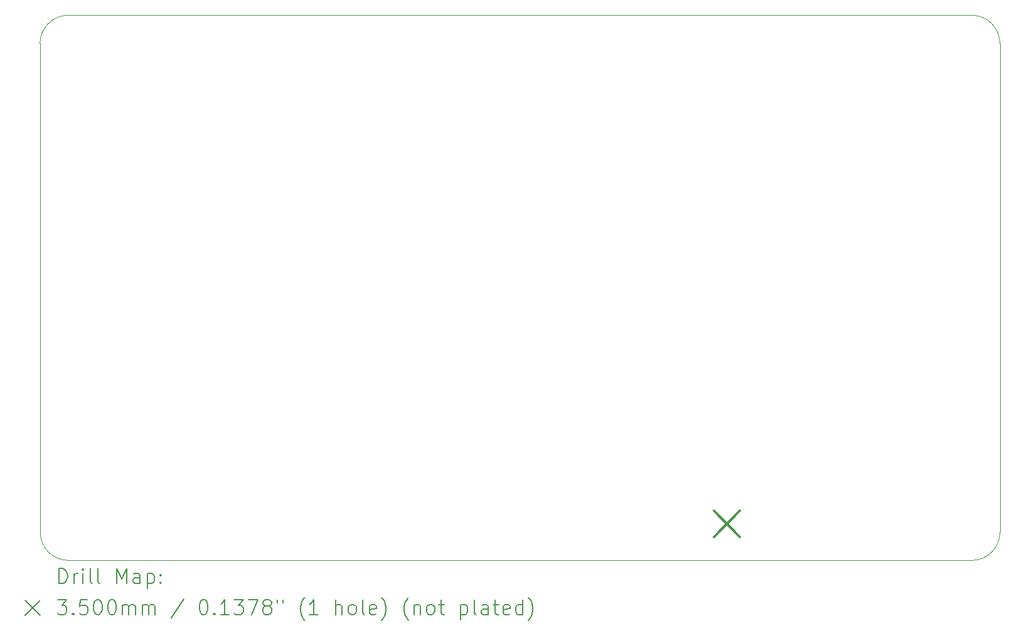
<source format=gbr>
%FSLAX45Y45*%
G04 Gerber Fmt 4.5, Leading zero omitted, Abs format (unit mm)*
G04 Created by KiCad (PCBNEW (6.0.1)) date 2022-02-26 16:04:42*
%MOMM*%
%LPD*%
G01*
G04 APERTURE LIST*
%TA.AperFunction,Profile*%
%ADD10C,0.001000*%
%TD*%
%ADD11C,0.200000*%
%ADD12C,0.350000*%
G04 APERTURE END LIST*
D10*
X23139400Y-8229600D02*
G75*
G03*
X22758400Y-7848600I-381000J0D01*
G01*
X23139400Y-14833600D02*
X23139400Y-8229600D01*
X22758400Y-7848600D02*
X10566400Y-7848600D01*
X10185483Y-8229600D02*
X10190164Y-14833683D01*
X22758400Y-15214600D02*
G75*
G03*
X23139400Y-14833600I0J381000D01*
G01*
X22758400Y-15214600D02*
X10571164Y-15214683D01*
X10190164Y-14833683D02*
G75*
G03*
X10571164Y-15214683I381000J0D01*
G01*
X10566400Y-7848600D02*
G75*
G03*
X10185483Y-8229600I0J-380917D01*
G01*
D11*
D12*
X19281400Y-14546600D02*
X19631400Y-14896600D01*
X19631400Y-14546600D02*
X19281400Y-14896600D01*
D11*
X10443052Y-15525209D02*
X10443052Y-15325209D01*
X10490671Y-15325209D01*
X10519242Y-15334733D01*
X10538290Y-15353780D01*
X10547814Y-15372828D01*
X10557337Y-15410923D01*
X10557337Y-15439495D01*
X10547814Y-15477590D01*
X10538290Y-15496637D01*
X10519242Y-15515685D01*
X10490671Y-15525209D01*
X10443052Y-15525209D01*
X10643052Y-15525209D02*
X10643052Y-15391875D01*
X10643052Y-15429971D02*
X10652576Y-15410923D01*
X10662099Y-15401399D01*
X10681147Y-15391875D01*
X10700195Y-15391875D01*
X10766861Y-15525209D02*
X10766861Y-15391875D01*
X10766861Y-15325209D02*
X10757337Y-15334733D01*
X10766861Y-15344256D01*
X10776385Y-15334733D01*
X10766861Y-15325209D01*
X10766861Y-15344256D01*
X10890671Y-15525209D02*
X10871623Y-15515685D01*
X10862099Y-15496637D01*
X10862099Y-15325209D01*
X10995433Y-15525209D02*
X10976385Y-15515685D01*
X10966861Y-15496637D01*
X10966861Y-15325209D01*
X11224004Y-15525209D02*
X11224004Y-15325209D01*
X11290671Y-15468066D01*
X11357337Y-15325209D01*
X11357337Y-15525209D01*
X11538290Y-15525209D02*
X11538290Y-15420447D01*
X11528766Y-15401399D01*
X11509718Y-15391875D01*
X11471623Y-15391875D01*
X11452575Y-15401399D01*
X11538290Y-15515685D02*
X11519242Y-15525209D01*
X11471623Y-15525209D01*
X11452575Y-15515685D01*
X11443052Y-15496637D01*
X11443052Y-15477590D01*
X11452575Y-15458542D01*
X11471623Y-15449018D01*
X11519242Y-15449018D01*
X11538290Y-15439495D01*
X11633528Y-15391875D02*
X11633528Y-15591875D01*
X11633528Y-15401399D02*
X11652575Y-15391875D01*
X11690671Y-15391875D01*
X11709718Y-15401399D01*
X11719242Y-15410923D01*
X11728766Y-15429971D01*
X11728766Y-15487114D01*
X11719242Y-15506161D01*
X11709718Y-15515685D01*
X11690671Y-15525209D01*
X11652575Y-15525209D01*
X11633528Y-15515685D01*
X11814480Y-15506161D02*
X11824004Y-15515685D01*
X11814480Y-15525209D01*
X11804956Y-15515685D01*
X11814480Y-15506161D01*
X11814480Y-15525209D01*
X11814480Y-15401399D02*
X11824004Y-15410923D01*
X11814480Y-15420447D01*
X11804956Y-15410923D01*
X11814480Y-15401399D01*
X11814480Y-15420447D01*
X9985433Y-15754733D02*
X10185433Y-15954733D01*
X10185433Y-15754733D02*
X9985433Y-15954733D01*
X10424004Y-15745209D02*
X10547814Y-15745209D01*
X10481147Y-15821399D01*
X10509718Y-15821399D01*
X10528766Y-15830923D01*
X10538290Y-15840447D01*
X10547814Y-15859495D01*
X10547814Y-15907114D01*
X10538290Y-15926161D01*
X10528766Y-15935685D01*
X10509718Y-15945209D01*
X10452576Y-15945209D01*
X10433528Y-15935685D01*
X10424004Y-15926161D01*
X10633528Y-15926161D02*
X10643052Y-15935685D01*
X10633528Y-15945209D01*
X10624004Y-15935685D01*
X10633528Y-15926161D01*
X10633528Y-15945209D01*
X10824004Y-15745209D02*
X10728766Y-15745209D01*
X10719242Y-15840447D01*
X10728766Y-15830923D01*
X10747814Y-15821399D01*
X10795433Y-15821399D01*
X10814480Y-15830923D01*
X10824004Y-15840447D01*
X10833528Y-15859495D01*
X10833528Y-15907114D01*
X10824004Y-15926161D01*
X10814480Y-15935685D01*
X10795433Y-15945209D01*
X10747814Y-15945209D01*
X10728766Y-15935685D01*
X10719242Y-15926161D01*
X10957337Y-15745209D02*
X10976385Y-15745209D01*
X10995433Y-15754733D01*
X11004957Y-15764256D01*
X11014480Y-15783304D01*
X11024004Y-15821399D01*
X11024004Y-15869018D01*
X11014480Y-15907114D01*
X11004957Y-15926161D01*
X10995433Y-15935685D01*
X10976385Y-15945209D01*
X10957337Y-15945209D01*
X10938290Y-15935685D01*
X10928766Y-15926161D01*
X10919242Y-15907114D01*
X10909718Y-15869018D01*
X10909718Y-15821399D01*
X10919242Y-15783304D01*
X10928766Y-15764256D01*
X10938290Y-15754733D01*
X10957337Y-15745209D01*
X11147814Y-15745209D02*
X11166861Y-15745209D01*
X11185909Y-15754733D01*
X11195433Y-15764256D01*
X11204956Y-15783304D01*
X11214480Y-15821399D01*
X11214480Y-15869018D01*
X11204956Y-15907114D01*
X11195433Y-15926161D01*
X11185909Y-15935685D01*
X11166861Y-15945209D01*
X11147814Y-15945209D01*
X11128766Y-15935685D01*
X11119242Y-15926161D01*
X11109718Y-15907114D01*
X11100195Y-15869018D01*
X11100195Y-15821399D01*
X11109718Y-15783304D01*
X11119242Y-15764256D01*
X11128766Y-15754733D01*
X11147814Y-15745209D01*
X11300195Y-15945209D02*
X11300195Y-15811875D01*
X11300195Y-15830923D02*
X11309718Y-15821399D01*
X11328766Y-15811875D01*
X11357337Y-15811875D01*
X11376385Y-15821399D01*
X11385909Y-15840447D01*
X11385909Y-15945209D01*
X11385909Y-15840447D02*
X11395433Y-15821399D01*
X11414480Y-15811875D01*
X11443052Y-15811875D01*
X11462099Y-15821399D01*
X11471623Y-15840447D01*
X11471623Y-15945209D01*
X11566861Y-15945209D02*
X11566861Y-15811875D01*
X11566861Y-15830923D02*
X11576385Y-15821399D01*
X11595433Y-15811875D01*
X11624004Y-15811875D01*
X11643052Y-15821399D01*
X11652575Y-15840447D01*
X11652575Y-15945209D01*
X11652575Y-15840447D02*
X11662099Y-15821399D01*
X11681147Y-15811875D01*
X11709718Y-15811875D01*
X11728766Y-15821399D01*
X11738290Y-15840447D01*
X11738290Y-15945209D01*
X12128766Y-15735685D02*
X11957337Y-15992828D01*
X12385909Y-15745209D02*
X12404956Y-15745209D01*
X12424004Y-15754733D01*
X12433528Y-15764256D01*
X12443052Y-15783304D01*
X12452575Y-15821399D01*
X12452575Y-15869018D01*
X12443052Y-15907114D01*
X12433528Y-15926161D01*
X12424004Y-15935685D01*
X12404956Y-15945209D01*
X12385909Y-15945209D01*
X12366861Y-15935685D01*
X12357337Y-15926161D01*
X12347814Y-15907114D01*
X12338290Y-15869018D01*
X12338290Y-15821399D01*
X12347814Y-15783304D01*
X12357337Y-15764256D01*
X12366861Y-15754733D01*
X12385909Y-15745209D01*
X12538290Y-15926161D02*
X12547814Y-15935685D01*
X12538290Y-15945209D01*
X12528766Y-15935685D01*
X12538290Y-15926161D01*
X12538290Y-15945209D01*
X12738290Y-15945209D02*
X12624004Y-15945209D01*
X12681147Y-15945209D02*
X12681147Y-15745209D01*
X12662099Y-15773780D01*
X12643052Y-15792828D01*
X12624004Y-15802352D01*
X12804956Y-15745209D02*
X12928766Y-15745209D01*
X12862099Y-15821399D01*
X12890671Y-15821399D01*
X12909718Y-15830923D01*
X12919242Y-15840447D01*
X12928766Y-15859495D01*
X12928766Y-15907114D01*
X12919242Y-15926161D01*
X12909718Y-15935685D01*
X12890671Y-15945209D01*
X12833528Y-15945209D01*
X12814480Y-15935685D01*
X12804956Y-15926161D01*
X12995433Y-15745209D02*
X13128766Y-15745209D01*
X13043052Y-15945209D01*
X13233528Y-15830923D02*
X13214480Y-15821399D01*
X13204956Y-15811875D01*
X13195433Y-15792828D01*
X13195433Y-15783304D01*
X13204956Y-15764256D01*
X13214480Y-15754733D01*
X13233528Y-15745209D01*
X13271623Y-15745209D01*
X13290671Y-15754733D01*
X13300195Y-15764256D01*
X13309718Y-15783304D01*
X13309718Y-15792828D01*
X13300195Y-15811875D01*
X13290671Y-15821399D01*
X13271623Y-15830923D01*
X13233528Y-15830923D01*
X13214480Y-15840447D01*
X13204956Y-15849971D01*
X13195433Y-15869018D01*
X13195433Y-15907114D01*
X13204956Y-15926161D01*
X13214480Y-15935685D01*
X13233528Y-15945209D01*
X13271623Y-15945209D01*
X13290671Y-15935685D01*
X13300195Y-15926161D01*
X13309718Y-15907114D01*
X13309718Y-15869018D01*
X13300195Y-15849971D01*
X13290671Y-15840447D01*
X13271623Y-15830923D01*
X13385909Y-15745209D02*
X13385909Y-15783304D01*
X13462099Y-15745209D02*
X13462099Y-15783304D01*
X13757337Y-16021399D02*
X13747814Y-16011875D01*
X13728766Y-15983304D01*
X13719242Y-15964256D01*
X13709718Y-15935685D01*
X13700195Y-15888066D01*
X13700195Y-15849971D01*
X13709718Y-15802352D01*
X13719242Y-15773780D01*
X13728766Y-15754733D01*
X13747814Y-15726161D01*
X13757337Y-15716637D01*
X13938290Y-15945209D02*
X13824004Y-15945209D01*
X13881147Y-15945209D02*
X13881147Y-15745209D01*
X13862099Y-15773780D01*
X13843052Y-15792828D01*
X13824004Y-15802352D01*
X14176385Y-15945209D02*
X14176385Y-15745209D01*
X14262099Y-15945209D02*
X14262099Y-15840447D01*
X14252575Y-15821399D01*
X14233528Y-15811875D01*
X14204956Y-15811875D01*
X14185909Y-15821399D01*
X14176385Y-15830923D01*
X14385909Y-15945209D02*
X14366861Y-15935685D01*
X14357337Y-15926161D01*
X14347814Y-15907114D01*
X14347814Y-15849971D01*
X14357337Y-15830923D01*
X14366861Y-15821399D01*
X14385909Y-15811875D01*
X14414480Y-15811875D01*
X14433528Y-15821399D01*
X14443052Y-15830923D01*
X14452575Y-15849971D01*
X14452575Y-15907114D01*
X14443052Y-15926161D01*
X14433528Y-15935685D01*
X14414480Y-15945209D01*
X14385909Y-15945209D01*
X14566861Y-15945209D02*
X14547814Y-15935685D01*
X14538290Y-15916637D01*
X14538290Y-15745209D01*
X14719242Y-15935685D02*
X14700195Y-15945209D01*
X14662099Y-15945209D01*
X14643052Y-15935685D01*
X14633528Y-15916637D01*
X14633528Y-15840447D01*
X14643052Y-15821399D01*
X14662099Y-15811875D01*
X14700195Y-15811875D01*
X14719242Y-15821399D01*
X14728766Y-15840447D01*
X14728766Y-15859495D01*
X14633528Y-15878542D01*
X14795433Y-16021399D02*
X14804956Y-16011875D01*
X14824004Y-15983304D01*
X14833528Y-15964256D01*
X14843052Y-15935685D01*
X14852575Y-15888066D01*
X14852575Y-15849971D01*
X14843052Y-15802352D01*
X14833528Y-15773780D01*
X14824004Y-15754733D01*
X14804956Y-15726161D01*
X14795433Y-15716637D01*
X15157337Y-16021399D02*
X15147814Y-16011875D01*
X15128766Y-15983304D01*
X15119242Y-15964256D01*
X15109718Y-15935685D01*
X15100195Y-15888066D01*
X15100195Y-15849971D01*
X15109718Y-15802352D01*
X15119242Y-15773780D01*
X15128766Y-15754733D01*
X15147814Y-15726161D01*
X15157337Y-15716637D01*
X15233528Y-15811875D02*
X15233528Y-15945209D01*
X15233528Y-15830923D02*
X15243052Y-15821399D01*
X15262099Y-15811875D01*
X15290671Y-15811875D01*
X15309718Y-15821399D01*
X15319242Y-15840447D01*
X15319242Y-15945209D01*
X15443052Y-15945209D02*
X15424004Y-15935685D01*
X15414480Y-15926161D01*
X15404956Y-15907114D01*
X15404956Y-15849971D01*
X15414480Y-15830923D01*
X15424004Y-15821399D01*
X15443052Y-15811875D01*
X15471623Y-15811875D01*
X15490671Y-15821399D01*
X15500195Y-15830923D01*
X15509718Y-15849971D01*
X15509718Y-15907114D01*
X15500195Y-15926161D01*
X15490671Y-15935685D01*
X15471623Y-15945209D01*
X15443052Y-15945209D01*
X15566861Y-15811875D02*
X15643052Y-15811875D01*
X15595433Y-15745209D02*
X15595433Y-15916637D01*
X15604956Y-15935685D01*
X15624004Y-15945209D01*
X15643052Y-15945209D01*
X15862099Y-15811875D02*
X15862099Y-16011875D01*
X15862099Y-15821399D02*
X15881147Y-15811875D01*
X15919242Y-15811875D01*
X15938290Y-15821399D01*
X15947814Y-15830923D01*
X15957337Y-15849971D01*
X15957337Y-15907114D01*
X15947814Y-15926161D01*
X15938290Y-15935685D01*
X15919242Y-15945209D01*
X15881147Y-15945209D01*
X15862099Y-15935685D01*
X16071623Y-15945209D02*
X16052575Y-15935685D01*
X16043052Y-15916637D01*
X16043052Y-15745209D01*
X16233528Y-15945209D02*
X16233528Y-15840447D01*
X16224004Y-15821399D01*
X16204956Y-15811875D01*
X16166861Y-15811875D01*
X16147814Y-15821399D01*
X16233528Y-15935685D02*
X16214480Y-15945209D01*
X16166861Y-15945209D01*
X16147814Y-15935685D01*
X16138290Y-15916637D01*
X16138290Y-15897590D01*
X16147814Y-15878542D01*
X16166861Y-15869018D01*
X16214480Y-15869018D01*
X16233528Y-15859495D01*
X16300195Y-15811875D02*
X16376385Y-15811875D01*
X16328766Y-15745209D02*
X16328766Y-15916637D01*
X16338290Y-15935685D01*
X16357337Y-15945209D01*
X16376385Y-15945209D01*
X16519242Y-15935685D02*
X16500195Y-15945209D01*
X16462099Y-15945209D01*
X16443052Y-15935685D01*
X16433528Y-15916637D01*
X16433528Y-15840447D01*
X16443052Y-15821399D01*
X16462099Y-15811875D01*
X16500195Y-15811875D01*
X16519242Y-15821399D01*
X16528766Y-15840447D01*
X16528766Y-15859495D01*
X16433528Y-15878542D01*
X16700195Y-15945209D02*
X16700195Y-15745209D01*
X16700195Y-15935685D02*
X16681147Y-15945209D01*
X16643052Y-15945209D01*
X16624004Y-15935685D01*
X16614480Y-15926161D01*
X16604956Y-15907114D01*
X16604956Y-15849971D01*
X16614480Y-15830923D01*
X16624004Y-15821399D01*
X16643052Y-15811875D01*
X16681147Y-15811875D01*
X16700195Y-15821399D01*
X16776385Y-16021399D02*
X16785909Y-16011875D01*
X16804957Y-15983304D01*
X16814480Y-15964256D01*
X16824004Y-15935685D01*
X16833528Y-15888066D01*
X16833528Y-15849971D01*
X16824004Y-15802352D01*
X16814480Y-15773780D01*
X16804957Y-15754733D01*
X16785909Y-15726161D01*
X16776385Y-15716637D01*
M02*

</source>
